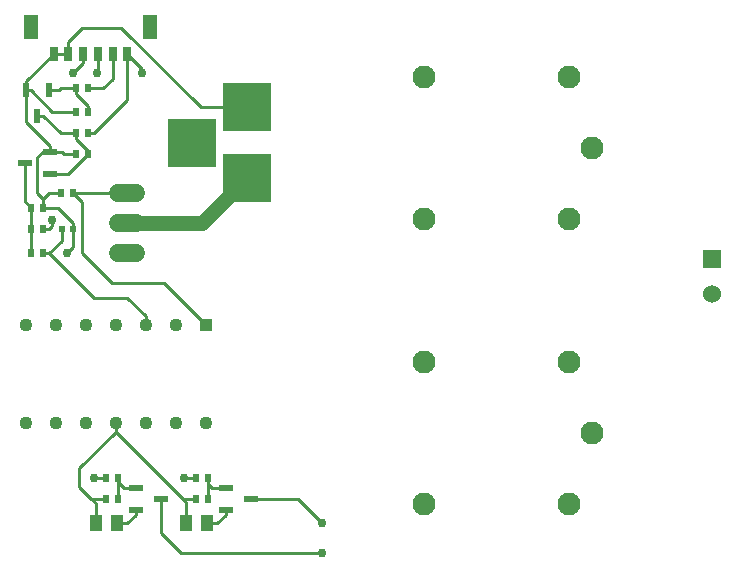
<source format=gbr>
G04 EAGLE Gerber RS-274X export*
G75*
%MOMM*%
%FSLAX34Y34*%
%LPD*%
%INTop Copper*%
%IPPOS*%
%AMOC8*
5,1,8,0,0,1.08239X$1,22.5*%
G01*
G04 Define Apertures*
%ADD10R,0.560000X0.629100*%
%ADD11R,4.115994X4.115994*%
%ADD12R,0.800000X1.200000*%
%ADD13R,1.300000X2.150000*%
%ADD14R,1.530000X1.530000*%
%ADD15C,1.530000*%
%ADD16C,1.950000*%
%ADD17R,1.108000X1.108000*%
%ADD18C,1.108000*%
%ADD19C,1.524000*%
%ADD20R,0.535100X0.644000*%
%ADD21R,0.624800X1.223500*%
%ADD22R,1.223500X0.624800*%
%ADD23R,1.031200X1.420200*%
%ADD24C,1.270000*%
%ADD25C,0.254000*%
%ADD26C,0.756400*%
D10*
X1328654Y820420D03*
X1338346Y820420D03*
D11*
X1485900Y863600D03*
X1438900Y893600D03*
X1485900Y923600D03*
D12*
X1384300Y968840D03*
X1371800Y968840D03*
X1359300Y968840D03*
X1346800Y968840D03*
X1334300Y968840D03*
X1321800Y968840D03*
D13*
X1403300Y991790D03*
X1302800Y991790D03*
D14*
X1879600Y795020D03*
D15*
X1879600Y765020D03*
D16*
X1777900Y889000D03*
X1757900Y949000D03*
X1635680Y949000D03*
X1635680Y829000D03*
X1757900Y829000D03*
X1777900Y647700D03*
X1757900Y707700D03*
X1635680Y707700D03*
X1635680Y587700D03*
X1757900Y587700D03*
D17*
X1450800Y739016D03*
D18*
X1425400Y739016D03*
X1400000Y739016D03*
X1374600Y739016D03*
X1349200Y739016D03*
X1323800Y739016D03*
X1298400Y739016D03*
X1298400Y656466D03*
X1323800Y656466D03*
X1349200Y656466D03*
X1374600Y656466D03*
X1400000Y656466D03*
X1425400Y656466D03*
X1450800Y656466D03*
D19*
X1391920Y850900D02*
X1376680Y850900D01*
X1376680Y825500D02*
X1391920Y825500D01*
X1391920Y800100D02*
X1376680Y800100D01*
D20*
X1313175Y838200D03*
X1303025Y838200D03*
X1303025Y820420D03*
X1313175Y820420D03*
X1341125Y901700D03*
X1351275Y901700D03*
X1341125Y919480D03*
X1351275Y919480D03*
X1303025Y800100D03*
X1313175Y800100D03*
X1328425Y850900D03*
X1338575Y850900D03*
D21*
X1317600Y937740D03*
X1298600Y937740D03*
X1308100Y916460D03*
D22*
X1318740Y866800D03*
X1318740Y885800D03*
X1297460Y876300D03*
D20*
X1341125Y939800D03*
X1351275Y939800D03*
X1341125Y883920D03*
X1351275Y883920D03*
D22*
X1391440Y601320D03*
X1391440Y582320D03*
X1412720Y591820D03*
X1467640Y601320D03*
X1467640Y582320D03*
X1488920Y591820D03*
D20*
X1366525Y609600D03*
X1376675Y609600D03*
X1442725Y609600D03*
X1452875Y609600D03*
X1366525Y591820D03*
X1376675Y591820D03*
X1442725Y591820D03*
X1452875Y591820D03*
D23*
X1357325Y571500D03*
X1375715Y571500D03*
X1433525Y571500D03*
X1451915Y571500D03*
D24*
X1447800Y825500D02*
X1485900Y863600D01*
X1447800Y825500D02*
X1384300Y825500D01*
D25*
X1320548Y822713D02*
X1318255Y820420D01*
X1313175Y820420D01*
D26*
X1320548Y828040D03*
D25*
X1320548Y822713D01*
X1321800Y968840D02*
X1334300Y968840D01*
X1321800Y968840D02*
X1298600Y945640D01*
X1298600Y937740D01*
X1320800Y919480D02*
X1341125Y919480D01*
X1320800Y919480D02*
X1302540Y937740D01*
X1298600Y937740D01*
X1318740Y885800D02*
X1329085Y885800D01*
X1330965Y883920D02*
X1341125Y883920D01*
X1330965Y883920D02*
X1329085Y885800D01*
X1298600Y911020D02*
X1298600Y937740D01*
X1318740Y890880D02*
X1318740Y885800D01*
X1318740Y890880D02*
X1298600Y911020D01*
X1312520Y885800D02*
X1318740Y885800D01*
X1312520Y885800D02*
X1308100Y881380D01*
X1308100Y850900D01*
X1313175Y845825D02*
X1313175Y838200D01*
X1313175Y845825D02*
X1308100Y850900D01*
X1338346Y825705D02*
X1338346Y820420D01*
X1338346Y825705D02*
X1325851Y838200D01*
X1313175Y838200D01*
X1318265Y850900D02*
X1328425Y850900D01*
X1318265Y850900D02*
X1313190Y845825D01*
X1313175Y845825D01*
X1338346Y820420D02*
X1338346Y804946D01*
X1333500Y800100D01*
D26*
X1333500Y800100D03*
D25*
X1334300Y968840D02*
X1334300Y978700D01*
X1346200Y990600D01*
X1379220Y990600D01*
X1446220Y923600D01*
X1485900Y923600D01*
X1366525Y591820D02*
X1353820Y591820D01*
X1343660Y601980D01*
X1343660Y617906D01*
X1374600Y648846D02*
X1374600Y656466D01*
X1374600Y648846D02*
X1343660Y617906D01*
X1430993Y591820D02*
X1442725Y591820D01*
X1374600Y648213D02*
X1374600Y656466D01*
X1374600Y648213D02*
X1430993Y591820D01*
X1433525Y589288D02*
X1433525Y571500D01*
X1433525Y589288D02*
X1430993Y591820D01*
X1357325Y588315D02*
X1357325Y571500D01*
X1357325Y588315D02*
X1353820Y591820D01*
X1303025Y838200D02*
X1297460Y843765D01*
X1297460Y876300D01*
X1303025Y838200D02*
X1303025Y820420D01*
X1303025Y800100D01*
X1346800Y960720D02*
X1346800Y968840D01*
X1346800Y960720D02*
X1338580Y952500D01*
D26*
X1338580Y952500D03*
X1432560Y609600D03*
D25*
X1442725Y609600D01*
X1359300Y952900D02*
X1359300Y968840D01*
X1359300Y952900D02*
X1358900Y952500D01*
D26*
X1358900Y952500D03*
D25*
X1356360Y609600D02*
X1366525Y609600D01*
D26*
X1356360Y609600D03*
D25*
X1371800Y947625D02*
X1371800Y968840D01*
X1371800Y947625D02*
X1363975Y939800D01*
X1351275Y939800D01*
X1384300Y929645D02*
X1356355Y901700D01*
X1351275Y901700D01*
X1384300Y929645D02*
X1384300Y968840D01*
X1397000Y956140D01*
X1397000Y952500D01*
D26*
X1397000Y952500D03*
D25*
X1327940Y901700D02*
X1313180Y916460D01*
X1308100Y916460D01*
X1327940Y901700D02*
X1341125Y901700D01*
X1334155Y866800D02*
X1318740Y866800D01*
X1334155Y866800D02*
X1351275Y883920D01*
X1341125Y896615D02*
X1341125Y901700D01*
X1341125Y896615D02*
X1351275Y886465D01*
X1351275Y883920D01*
X1328654Y820420D02*
X1328654Y810499D01*
X1318255Y800100D01*
X1313175Y800100D01*
X1318255Y800100D02*
X1356355Y762000D01*
X1384300Y762000D01*
X1400000Y746300D01*
X1400000Y739016D01*
X1384300Y850900D02*
X1338575Y850900D01*
X1346200Y843275D01*
X1346200Y800100D01*
X1415116Y774700D02*
X1450800Y739016D01*
X1415116Y774700D02*
X1371600Y774700D01*
X1346200Y800100D01*
X1341125Y939800D02*
X1328425Y939800D01*
X1326365Y937740D01*
X1317600Y937740D01*
X1341120Y939795D02*
X1341125Y939800D01*
X1341120Y939795D02*
X1341120Y934720D01*
X1351280Y924560D01*
X1351280Y919485D01*
X1351275Y919480D01*
D26*
X1549400Y546100D03*
D25*
X1430017Y546100D01*
X1412720Y563397D01*
X1412720Y591820D01*
X1488920Y591820D02*
X1529080Y591820D01*
X1549400Y571500D01*
D26*
X1549400Y571500D03*
D25*
X1376675Y591820D02*
X1376675Y609600D01*
X1376675Y605925D02*
X1381280Y601320D01*
X1376675Y605925D02*
X1376675Y609600D01*
X1381280Y601320D02*
X1391440Y601320D01*
X1452875Y609600D02*
X1452875Y591820D01*
X1456075Y601320D02*
X1467640Y601320D01*
X1456075Y601320D02*
X1452875Y604520D01*
X1452875Y609600D01*
X1384300Y571500D02*
X1375715Y571500D01*
X1384300Y571500D02*
X1391440Y578640D01*
X1391440Y582320D01*
X1451915Y571500D02*
X1460500Y571500D01*
X1467640Y578640D01*
X1467640Y582320D01*
M02*

</source>
